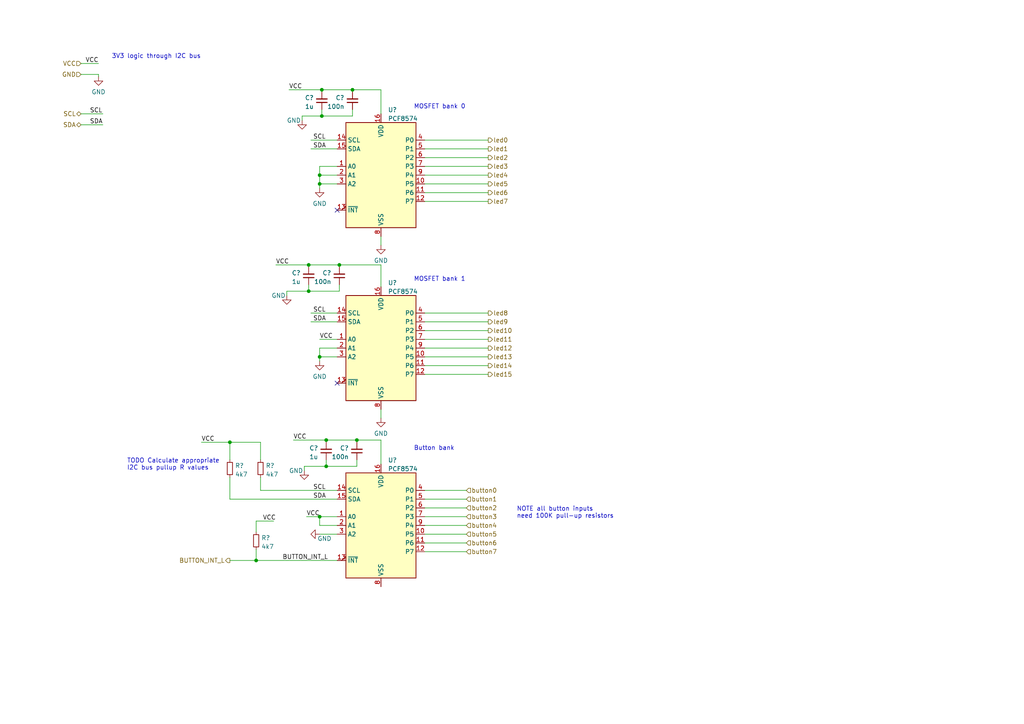
<source format=kicad_sch>
(kicad_sch (version 20211123) (generator eeschema)

  (uuid 93077cec-ff5e-46ba-9917-4f38b0bacfc5)

  (paper "A4")

  (lib_symbols
    (symbol "Device:C_Small" (pin_numbers hide) (pin_names (offset 0.254) hide) (in_bom yes) (on_board yes)
      (property "Reference" "C" (id 0) (at 0.254 1.778 0)
        (effects (font (size 1.27 1.27)) (justify left))
      )
      (property "Value" "C_Small" (id 1) (at 0.254 -2.032 0)
        (effects (font (size 1.27 1.27)) (justify left))
      )
      (property "Footprint" "" (id 2) (at 0 0 0)
        (effects (font (size 1.27 1.27)) hide)
      )
      (property "Datasheet" "~" (id 3) (at 0 0 0)
        (effects (font (size 1.27 1.27)) hide)
      )
      (property "ki_keywords" "capacitor cap" (id 4) (at 0 0 0)
        (effects (font (size 1.27 1.27)) hide)
      )
      (property "ki_description" "Unpolarized capacitor, small symbol" (id 5) (at 0 0 0)
        (effects (font (size 1.27 1.27)) hide)
      )
      (property "ki_fp_filters" "C_*" (id 6) (at 0 0 0)
        (effects (font (size 1.27 1.27)) hide)
      )
      (symbol "C_Small_0_1"
        (polyline
          (pts
            (xy -1.524 -0.508)
            (xy 1.524 -0.508)
          )
          (stroke (width 0.3302) (type default) (color 0 0 0 0))
          (fill (type none))
        )
        (polyline
          (pts
            (xy -1.524 0.508)
            (xy 1.524 0.508)
          )
          (stroke (width 0.3048) (type default) (color 0 0 0 0))
          (fill (type none))
        )
      )
      (symbol "C_Small_1_1"
        (pin passive line (at 0 2.54 270) (length 2.032)
          (name "~" (effects (font (size 1.27 1.27))))
          (number "1" (effects (font (size 1.27 1.27))))
        )
        (pin passive line (at 0 -2.54 90) (length 2.032)
          (name "~" (effects (font (size 1.27 1.27))))
          (number "2" (effects (font (size 1.27 1.27))))
        )
      )
    )
    (symbol "Device:R_Small" (pin_numbers hide) (pin_names (offset 0.254) hide) (in_bom yes) (on_board yes)
      (property "Reference" "R" (id 0) (at 0.762 0.508 0)
        (effects (font (size 1.27 1.27)) (justify left))
      )
      (property "Value" "R_Small" (id 1) (at 0.762 -1.016 0)
        (effects (font (size 1.27 1.27)) (justify left))
      )
      (property "Footprint" "" (id 2) (at 0 0 0)
        (effects (font (size 1.27 1.27)) hide)
      )
      (property "Datasheet" "~" (id 3) (at 0 0 0)
        (effects (font (size 1.27 1.27)) hide)
      )
      (property "ki_keywords" "R resistor" (id 4) (at 0 0 0)
        (effects (font (size 1.27 1.27)) hide)
      )
      (property "ki_description" "Resistor, small symbol" (id 5) (at 0 0 0)
        (effects (font (size 1.27 1.27)) hide)
      )
      (property "ki_fp_filters" "R_*" (id 6) (at 0 0 0)
        (effects (font (size 1.27 1.27)) hide)
      )
      (symbol "R_Small_0_1"
        (rectangle (start -0.762 1.778) (end 0.762 -1.778)
          (stroke (width 0.2032) (type default) (color 0 0 0 0))
          (fill (type none))
        )
      )
      (symbol "R_Small_1_1"
        (pin passive line (at 0 2.54 270) (length 0.762)
          (name "~" (effects (font (size 1.27 1.27))))
          (number "1" (effects (font (size 1.27 1.27))))
        )
        (pin passive line (at 0 -2.54 90) (length 0.762)
          (name "~" (effects (font (size 1.27 1.27))))
          (number "2" (effects (font (size 1.27 1.27))))
        )
      )
    )
    (symbol "Interface_Expansion:PCF8574" (in_bom yes) (on_board yes)
      (property "Reference" "U" (id 0) (at -8.89 16.51 0)
        (effects (font (size 1.27 1.27)) (justify left))
      )
      (property "Value" "PCF8574" (id 1) (at 2.54 16.51 0)
        (effects (font (size 1.27 1.27)) (justify left))
      )
      (property "Footprint" "" (id 2) (at 0 0 0)
        (effects (font (size 1.27 1.27)) hide)
      )
      (property "Datasheet" "http://www.nxp.com/documents/data_sheet/PCF8574_PCF8574A.pdf" (id 3) (at 0 0 0)
        (effects (font (size 1.27 1.27)) hide)
      )
      (property "ki_keywords" "I2C Expander" (id 4) (at 0 0 0)
        (effects (font (size 1.27 1.27)) hide)
      )
      (property "ki_description" "8 Bit Port/Expander to I2C Bus, DIP/SOIC-16" (id 5) (at 0 0 0)
        (effects (font (size 1.27 1.27)) hide)
      )
      (property "ki_fp_filters" "DIP*W7.62mm* SOIC*7.5x10.3mm*P1.27mm*" (id 6) (at 0 0 0)
        (effects (font (size 1.27 1.27)) hide)
      )
      (symbol "PCF8574_0_1"
        (rectangle (start -10.16 15.24) (end 10.16 -15.24)
          (stroke (width 0.254) (type default) (color 0 0 0 0))
          (fill (type background))
        )
      )
      (symbol "PCF8574_1_1"
        (pin input line (at -12.7 2.54 0) (length 2.54)
          (name "A0" (effects (font (size 1.27 1.27))))
          (number "1" (effects (font (size 1.27 1.27))))
        )
        (pin bidirectional line (at 12.7 -2.54 180) (length 2.54)
          (name "P5" (effects (font (size 1.27 1.27))))
          (number "10" (effects (font (size 1.27 1.27))))
        )
        (pin bidirectional line (at 12.7 -5.08 180) (length 2.54)
          (name "P6" (effects (font (size 1.27 1.27))))
          (number "11" (effects (font (size 1.27 1.27))))
        )
        (pin bidirectional line (at 12.7 -7.62 180) (length 2.54)
          (name "P7" (effects (font (size 1.27 1.27))))
          (number "12" (effects (font (size 1.27 1.27))))
        )
        (pin open_collector output_low (at -12.7 -10.16 0) (length 2.54)
          (name "~{INT}" (effects (font (size 1.27 1.27))))
          (number "13" (effects (font (size 1.27 1.27))))
        )
        (pin input line (at -12.7 10.16 0) (length 2.54)
          (name "SCL" (effects (font (size 1.27 1.27))))
          (number "14" (effects (font (size 1.27 1.27))))
        )
        (pin bidirectional line (at -12.7 7.62 0) (length 2.54)
          (name "SDA" (effects (font (size 1.27 1.27))))
          (number "15" (effects (font (size 1.27 1.27))))
        )
        (pin power_in line (at 0 17.78 270) (length 2.54)
          (name "VDD" (effects (font (size 1.27 1.27))))
          (number "16" (effects (font (size 1.27 1.27))))
        )
        (pin input line (at -12.7 0 0) (length 2.54)
          (name "A1" (effects (font (size 1.27 1.27))))
          (number "2" (effects (font (size 1.27 1.27))))
        )
        (pin input line (at -12.7 -2.54 0) (length 2.54)
          (name "A2" (effects (font (size 1.27 1.27))))
          (number "3" (effects (font (size 1.27 1.27))))
        )
        (pin bidirectional line (at 12.7 10.16 180) (length 2.54)
          (name "P0" (effects (font (size 1.27 1.27))))
          (number "4" (effects (font (size 1.27 1.27))))
        )
        (pin bidirectional line (at 12.7 7.62 180) (length 2.54)
          (name "P1" (effects (font (size 1.27 1.27))))
          (number "5" (effects (font (size 1.27 1.27))))
        )
        (pin bidirectional line (at 12.7 5.08 180) (length 2.54)
          (name "P2" (effects (font (size 1.27 1.27))))
          (number "6" (effects (font (size 1.27 1.27))))
        )
        (pin bidirectional line (at 12.7 2.54 180) (length 2.54)
          (name "P3" (effects (font (size 1.27 1.27))))
          (number "7" (effects (font (size 1.27 1.27))))
        )
        (pin power_in line (at 0 -17.78 90) (length 2.54)
          (name "VSS" (effects (font (size 1.27 1.27))))
          (number "8" (effects (font (size 1.27 1.27))))
        )
        (pin bidirectional line (at 12.7 0 180) (length 2.54)
          (name "P4" (effects (font (size 1.27 1.27))))
          (number "9" (effects (font (size 1.27 1.27))))
        )
      )
    )
    (symbol "power:GND" (power) (pin_names (offset 0)) (in_bom yes) (on_board yes)
      (property "Reference" "#PWR" (id 0) (at 0 -6.35 0)
        (effects (font (size 1.27 1.27)) hide)
      )
      (property "Value" "GND" (id 1) (at 0 -3.81 0)
        (effects (font (size 1.27 1.27)))
      )
      (property "Footprint" "" (id 2) (at 0 0 0)
        (effects (font (size 1.27 1.27)) hide)
      )
      (property "Datasheet" "" (id 3) (at 0 0 0)
        (effects (font (size 1.27 1.27)) hide)
      )
      (property "ki_keywords" "power-flag" (id 4) (at 0 0 0)
        (effects (font (size 1.27 1.27)) hide)
      )
      (property "ki_description" "Power symbol creates a global label with name \"GND\" , ground" (id 5) (at 0 0 0)
        (effects (font (size 1.27 1.27)) hide)
      )
      (symbol "GND_0_1"
        (polyline
          (pts
            (xy 0 0)
            (xy 0 -1.27)
            (xy 1.27 -1.27)
            (xy 0 -2.54)
            (xy -1.27 -1.27)
            (xy 0 -1.27)
          )
          (stroke (width 0) (type default) (color 0 0 0 0))
          (fill (type none))
        )
      )
      (symbol "GND_1_1"
        (pin power_in line (at 0 0 270) (length 0) hide
          (name "GND" (effects (font (size 1.27 1.27))))
          (number "1" (effects (font (size 1.27 1.27))))
        )
      )
    )
  )

  (junction (at 93.345 33.655) (diameter 0) (color 0 0 0 0)
    (uuid 03e47889-1a41-4933-9a45-09088a98a78a)
  )
  (junction (at 103.505 127.635) (diameter 0) (color 0 0 0 0)
    (uuid 1b546be3-4f37-48c6-9498-8037a5146ebe)
  )
  (junction (at 92.71 53.34) (diameter 0) (color 0 0 0 0)
    (uuid 23a19cb7-de20-4616-baaa-9e33b99071df)
  )
  (junction (at 94.615 127.635) (diameter 0) (color 0 0 0 0)
    (uuid 28a2b624-5f38-4c57-9c77-88683048412b)
  )
  (junction (at 102.235 26.035) (diameter 0) (color 0 0 0 0)
    (uuid 2d852ce6-c8cc-4b8e-9eaa-56cdfb2002c6)
  )
  (junction (at 66.675 128.27) (diameter 0) (color 0 0 0 0)
    (uuid 2dbc30b6-76f1-4290-95fa-eacb835ce017)
  )
  (junction (at 92.71 50.8) (diameter 0) (color 0 0 0 0)
    (uuid 364633ca-0044-4c03-b508-4d1760bf0c64)
  )
  (junction (at 98.425 76.835) (diameter 0) (color 0 0 0 0)
    (uuid 76dce7f8-4edc-4826-8ae7-e98d12f7c117)
  )
  (junction (at 93.345 26.035) (diameter 0) (color 0 0 0 0)
    (uuid b2406781-328c-4429-8485-353ef476a1b3)
  )
  (junction (at 92.71 149.86) (diameter 0) (color 0 0 0 0)
    (uuid cd2aa0a6-3f81-4f2a-94ee-fb6013fa9a69)
  )
  (junction (at 74.295 162.56) (diameter 0) (color 0 0 0 0)
    (uuid eaae07ec-4860-4d24-8693-ca8b268fd3cf)
  )
  (junction (at 89.535 76.835) (diameter 0) (color 0 0 0 0)
    (uuid ef2df514-28cd-4e91-bc9a-b3af3af7a683)
  )
  (junction (at 94.615 135.255) (diameter 0) (color 0 0 0 0)
    (uuid f9f01329-5232-4aab-84ab-394dbb738fe6)
  )
  (junction (at 89.535 84.455) (diameter 0) (color 0 0 0 0)
    (uuid fa4a84c8-bad3-4f35-ade0-e2bd595b59b2)
  )
  (junction (at 92.71 103.505) (diameter 0) (color 0 0 0 0)
    (uuid fdc562cc-19e4-4812-b685-51f4ce813075)
  )

  (no_connect (at 97.79 111.125) (uuid c4977091-be42-4b2b-8684-2c815039992a))
  (no_connect (at 97.79 60.96) (uuid c4977091-be42-4b2b-8684-2c815039992b))

  (wire (pts (xy 103.505 133.35) (xy 103.505 135.255))
    (stroke (width 0) (type default) (color 0 0 0 0))
    (uuid 085e7517-73e5-4589-b4b5-f392d0da6320)
  )
  (wire (pts (xy 98.425 76.835) (xy 110.49 76.835))
    (stroke (width 0) (type default) (color 0 0 0 0))
    (uuid 0d57ce49-3566-474a-ace0-b461dcb17393)
  )
  (wire (pts (xy 123.19 53.34) (xy 141.605 53.34))
    (stroke (width 0) (type default) (color 0 0 0 0))
    (uuid 0ec4b0bb-d365-455b-a1bf-a5b00985f335)
  )
  (wire (pts (xy 93.345 33.655) (xy 102.235 33.655))
    (stroke (width 0) (type default) (color 0 0 0 0))
    (uuid 0f5ec45d-9aa8-461d-bcdc-63856d797f4e)
  )
  (wire (pts (xy 74.295 159.385) (xy 74.295 162.56))
    (stroke (width 0) (type default) (color 0 0 0 0))
    (uuid 121252b1-aa29-464b-90df-7b8d9ece418c)
  )
  (wire (pts (xy 87.63 33.655) (xy 93.345 33.655))
    (stroke (width 0) (type default) (color 0 0 0 0))
    (uuid 133e1b96-d6ae-49af-9d77-ab1cd2f08ccd)
  )
  (wire (pts (xy 97.79 100.965) (xy 92.71 100.965))
    (stroke (width 0) (type default) (color 0 0 0 0))
    (uuid 18016300-2394-4819-aa2b-c7e5154999c8)
  )
  (wire (pts (xy 75.565 142.24) (xy 75.565 138.43))
    (stroke (width 0) (type default) (color 0 0 0 0))
    (uuid 1c77e4ca-a605-42e0-8174-697b4ff7329b)
  )
  (wire (pts (xy 97.79 48.26) (xy 92.71 48.26))
    (stroke (width 0) (type default) (color 0 0 0 0))
    (uuid 1d48a335-1760-40e8-acc8-12ea739b6112)
  )
  (wire (pts (xy 92.71 100.965) (xy 92.71 103.505))
    (stroke (width 0) (type default) (color 0 0 0 0))
    (uuid 1ed744a0-97f1-4c55-8879-2fe5d45dd5c5)
  )
  (wire (pts (xy 92.71 54.61) (xy 92.71 53.34))
    (stroke (width 0) (type default) (color 0 0 0 0))
    (uuid 237f9ea8-bde2-484b-bdb2-5eb01024507d)
  )
  (wire (pts (xy 123.19 142.24) (xy 135.255 142.24))
    (stroke (width 0) (type default) (color 0 0 0 0))
    (uuid 24f0150b-965d-4486-9b5a-4dc387f7bfe2)
  )
  (wire (pts (xy 123.19 160.02) (xy 135.255 160.02))
    (stroke (width 0) (type default) (color 0 0 0 0))
    (uuid 2590062f-cfe1-49a9-b996-8a8f1a0edfe4)
  )
  (wire (pts (xy 141.605 58.42) (xy 123.19 58.42))
    (stroke (width 0) (type default) (color 0 0 0 0))
    (uuid 27d182fe-76b7-4e55-80ca-927054ff9f95)
  )
  (wire (pts (xy 90.17 90.805) (xy 97.79 90.805))
    (stroke (width 0) (type default) (color 0 0 0 0))
    (uuid 2d1f6f50-9d0c-4e32-a715-50ae82f01aca)
  )
  (wire (pts (xy 103.505 127.635) (xy 110.49 127.635))
    (stroke (width 0) (type default) (color 0 0 0 0))
    (uuid 2ef8fabe-40f1-406c-92e7-e116fad7ae66)
  )
  (wire (pts (xy 79.375 151.13) (xy 74.295 151.13))
    (stroke (width 0) (type default) (color 0 0 0 0))
    (uuid 2f8ca4ed-a507-4158-83e0-3de761bf519e)
  )
  (wire (pts (xy 123.19 55.88) (xy 141.605 55.88))
    (stroke (width 0) (type default) (color 0 0 0 0))
    (uuid 346f5e95-2c4b-4e40-b862-518687165a6a)
  )
  (wire (pts (xy 123.19 152.4) (xy 135.255 152.4))
    (stroke (width 0) (type default) (color 0 0 0 0))
    (uuid 3491928f-369f-4dd5-97b9-009dcbc50832)
  )
  (wire (pts (xy 89.535 84.455) (xy 98.425 84.455))
    (stroke (width 0) (type default) (color 0 0 0 0))
    (uuid 35ba9c19-5dcf-4dcb-95b9-543bc5cf09e5)
  )
  (wire (pts (xy 85.09 127.635) (xy 94.615 127.635))
    (stroke (width 0) (type default) (color 0 0 0 0))
    (uuid 35bce336-89c0-4ffe-8d72-8db711c747b4)
  )
  (wire (pts (xy 83.185 84.455) (xy 83.185 85.725))
    (stroke (width 0) (type default) (color 0 0 0 0))
    (uuid 36a1dd60-c81c-434b-b483-a424a63eaf7b)
  )
  (wire (pts (xy 88.265 135.255) (xy 94.615 135.255))
    (stroke (width 0) (type default) (color 0 0 0 0))
    (uuid 3826c4cb-3454-4ed6-b492-4d7d64fc7b47)
  )
  (wire (pts (xy 92.71 104.775) (xy 92.71 103.505))
    (stroke (width 0) (type default) (color 0 0 0 0))
    (uuid 399eb5a2-eaab-436b-ab67-7f9156c4b5fa)
  )
  (wire (pts (xy 102.235 26.035) (xy 102.235 26.67))
    (stroke (width 0) (type default) (color 0 0 0 0))
    (uuid 3f866a47-3e74-48e3-9c04-e12468bf4fc0)
  )
  (wire (pts (xy 93.345 31.75) (xy 93.345 33.655))
    (stroke (width 0) (type default) (color 0 0 0 0))
    (uuid 424afd1f-ac99-48fe-b383-70b31c638da9)
  )
  (wire (pts (xy 66.675 128.27) (xy 66.675 133.35))
    (stroke (width 0) (type default) (color 0 0 0 0))
    (uuid 4283db7f-ccc1-4327-8904-4cff86cb34b8)
  )
  (wire (pts (xy 103.505 127.635) (xy 103.505 128.27))
    (stroke (width 0) (type default) (color 0 0 0 0))
    (uuid 45de8ac9-43e5-4734-a7e6-ba6ce62bc087)
  )
  (wire (pts (xy 23.495 33.02) (xy 29.845 33.02))
    (stroke (width 0) (type default) (color 0 0 0 0))
    (uuid 4676b21e-0948-4d77-bb81-6a80f67aeb1f)
  )
  (wire (pts (xy 23.495 18.415) (xy 28.575 18.415))
    (stroke (width 0) (type default) (color 0 0 0 0))
    (uuid 46d34e14-0789-4a97-950d-cbd2aaa54661)
  )
  (wire (pts (xy 66.675 128.27) (xy 75.565 128.27))
    (stroke (width 0) (type default) (color 0 0 0 0))
    (uuid 4932d284-d61c-443a-91d1-6ce7a9a95ac7)
  )
  (wire (pts (xy 97.79 152.4) (xy 92.71 152.4))
    (stroke (width 0) (type default) (color 0 0 0 0))
    (uuid 4c231b15-5928-4251-a645-61eb4bf7d86b)
  )
  (wire (pts (xy 92.71 103.505) (xy 97.79 103.505))
    (stroke (width 0) (type default) (color 0 0 0 0))
    (uuid 4cfc9488-5bff-47a5-ab7c-a900eeb567c1)
  )
  (wire (pts (xy 123.19 157.48) (xy 135.255 157.48))
    (stroke (width 0) (type default) (color 0 0 0 0))
    (uuid 508f27c9-c621-4e9e-b242-f1f4eebb2d68)
  )
  (wire (pts (xy 80.01 76.835) (xy 89.535 76.835))
    (stroke (width 0) (type default) (color 0 0 0 0))
    (uuid 546e45d9-a236-475f-8148-6c7548b1fccb)
  )
  (wire (pts (xy 87.63 33.655) (xy 87.63 34.925))
    (stroke (width 0) (type default) (color 0 0 0 0))
    (uuid 59d22455-50da-46ef-a61c-6fefdcb5e349)
  )
  (wire (pts (xy 110.49 127.635) (xy 110.49 134.62))
    (stroke (width 0) (type default) (color 0 0 0 0))
    (uuid 59d26190-41f1-4ede-8ad3-bbdc72f6c243)
  )
  (wire (pts (xy 58.42 128.27) (xy 66.675 128.27))
    (stroke (width 0) (type default) (color 0 0 0 0))
    (uuid 5e2eb430-d735-40c8-a6d6-00f178f5d886)
  )
  (wire (pts (xy 75.565 142.24) (xy 97.79 142.24))
    (stroke (width 0) (type default) (color 0 0 0 0))
    (uuid 5f3b615a-1a10-4cb8-9129-9e2d09bacb20)
  )
  (wire (pts (xy 123.19 144.78) (xy 135.255 144.78))
    (stroke (width 0) (type default) (color 0 0 0 0))
    (uuid 6093e308-4553-41bb-ae55-8e8aab4080cf)
  )
  (wire (pts (xy 92.71 53.34) (xy 97.79 53.34))
    (stroke (width 0) (type default) (color 0 0 0 0))
    (uuid 65a24ef4-6a91-4ca8-865a-c38b141b91c3)
  )
  (wire (pts (xy 66.675 162.56) (xy 74.295 162.56))
    (stroke (width 0) (type default) (color 0 0 0 0))
    (uuid 65d53fbf-9793-478b-b471-9daa7c5c9688)
  )
  (wire (pts (xy 123.19 48.26) (xy 141.605 48.26))
    (stroke (width 0) (type default) (color 0 0 0 0))
    (uuid 6689c72d-6210-4d74-aa57-b1fa57eb15d4)
  )
  (wire (pts (xy 90.17 43.18) (xy 97.79 43.18))
    (stroke (width 0) (type default) (color 0 0 0 0))
    (uuid 67c4af7f-6b56-4334-838e-05c2d7c797a2)
  )
  (wire (pts (xy 93.345 26.035) (xy 102.235 26.035))
    (stroke (width 0) (type default) (color 0 0 0 0))
    (uuid 6e358277-1f7f-4dcc-b165-2dfcbfaaa6d0)
  )
  (wire (pts (xy 23.495 21.59) (xy 28.575 21.59))
    (stroke (width 0) (type default) (color 0 0 0 0))
    (uuid 6ffed8f7-8849-4e06-85c6-c2ac7e9c5d51)
  )
  (wire (pts (xy 123.19 106.045) (xy 141.605 106.045))
    (stroke (width 0) (type default) (color 0 0 0 0))
    (uuid 72552fc2-392e-4373-ba58-da82bccf5148)
  )
  (wire (pts (xy 94.615 133.35) (xy 94.615 135.255))
    (stroke (width 0) (type default) (color 0 0 0 0))
    (uuid 727f8e06-271b-4f25-93d8-b60201825642)
  )
  (wire (pts (xy 98.425 76.835) (xy 98.425 77.47))
    (stroke (width 0) (type default) (color 0 0 0 0))
    (uuid 79442df7-e544-47f3-b999-3ffef5b4bea6)
  )
  (wire (pts (xy 123.19 147.32) (xy 135.255 147.32))
    (stroke (width 0) (type default) (color 0 0 0 0))
    (uuid 7f45da96-fcad-4e8d-8a7d-055067b39ccc)
  )
  (wire (pts (xy 123.19 98.425) (xy 141.605 98.425))
    (stroke (width 0) (type default) (color 0 0 0 0))
    (uuid 8158aa9c-5f00-431d-8213-024fceb2bf1c)
  )
  (wire (pts (xy 141.605 108.585) (xy 123.19 108.585))
    (stroke (width 0) (type default) (color 0 0 0 0))
    (uuid 84328163-c557-44c7-bac3-9059f3a2741d)
  )
  (wire (pts (xy 89.535 76.835) (xy 98.425 76.835))
    (stroke (width 0) (type default) (color 0 0 0 0))
    (uuid 8d0ca6ba-41b8-4ed2-8320-05ecb77a80b3)
  )
  (wire (pts (xy 123.19 40.64) (xy 141.605 40.64))
    (stroke (width 0) (type default) (color 0 0 0 0))
    (uuid 8e04f980-3336-45d2-a4a1-0e56adf0a51d)
  )
  (wire (pts (xy 90.17 40.64) (xy 97.79 40.64))
    (stroke (width 0) (type default) (color 0 0 0 0))
    (uuid 8fdd6fdc-106c-4ce4-ab33-6029228dde79)
  )
  (wire (pts (xy 88.265 135.255) (xy 88.265 136.525))
    (stroke (width 0) (type default) (color 0 0 0 0))
    (uuid 904bdc0e-1027-4239-b1e6-3b01fb59ed1a)
  )
  (wire (pts (xy 92.71 149.86) (xy 97.79 149.86))
    (stroke (width 0) (type default) (color 0 0 0 0))
    (uuid 90abf458-44c8-4126-b005-dfb3faa35651)
  )
  (wire (pts (xy 94.615 135.255) (xy 103.505 135.255))
    (stroke (width 0) (type default) (color 0 0 0 0))
    (uuid 90dfc538-ed5c-47c1-8f6d-332d62140120)
  )
  (wire (pts (xy 66.675 144.78) (xy 97.79 144.78))
    (stroke (width 0) (type default) (color 0 0 0 0))
    (uuid 93c3f244-4001-4739-8f7b-2fe3560f4802)
  )
  (wire (pts (xy 123.19 93.345) (xy 141.605 93.345))
    (stroke (width 0) (type default) (color 0 0 0 0))
    (uuid 94937b27-a161-4c0b-8ed6-4f10524ff081)
  )
  (wire (pts (xy 74.295 162.56) (xy 97.79 162.56))
    (stroke (width 0) (type default) (color 0 0 0 0))
    (uuid 94cac9e8-39ed-4f75-86b9-fbce16c2a5c2)
  )
  (wire (pts (xy 83.82 26.035) (xy 93.345 26.035))
    (stroke (width 0) (type default) (color 0 0 0 0))
    (uuid 979b55a8-ab21-4e6f-80b6-b911e35f567e)
  )
  (wire (pts (xy 110.49 76.835) (xy 110.49 83.185))
    (stroke (width 0) (type default) (color 0 0 0 0))
    (uuid 9965095c-77af-441c-8208-ed84e346180c)
  )
  (wire (pts (xy 102.235 26.035) (xy 110.49 26.035))
    (stroke (width 0) (type default) (color 0 0 0 0))
    (uuid 9ab8e7a0-b184-4d76-bb45-4679e2998c1e)
  )
  (wire (pts (xy 89.535 76.835) (xy 89.535 77.47))
    (stroke (width 0) (type default) (color 0 0 0 0))
    (uuid 9eef8836-42fe-413c-a780-d65e8b17e6c9)
  )
  (wire (pts (xy 75.565 128.27) (xy 75.565 133.35))
    (stroke (width 0) (type default) (color 0 0 0 0))
    (uuid a2423d51-6d0b-4ac9-9676-8364fa32f336)
  )
  (wire (pts (xy 89.535 82.55) (xy 89.535 84.455))
    (stroke (width 0) (type default) (color 0 0 0 0))
    (uuid ad25f83e-3294-408b-84af-420c87223380)
  )
  (wire (pts (xy 94.615 127.635) (xy 94.615 128.27))
    (stroke (width 0) (type default) (color 0 0 0 0))
    (uuid b515d5a8-f1ae-43bc-8963-cfcc93eb7fe8)
  )
  (wire (pts (xy 92.71 50.8) (xy 92.71 53.34))
    (stroke (width 0) (type default) (color 0 0 0 0))
    (uuid b9ec1374-08e2-4682-b435-4627dfd568d7)
  )
  (wire (pts (xy 123.19 43.18) (xy 141.605 43.18))
    (stroke (width 0) (type default) (color 0 0 0 0))
    (uuid bac860a7-86b4-458f-a87c-371328393c3d)
  )
  (wire (pts (xy 123.19 149.86) (xy 135.255 149.86))
    (stroke (width 0) (type default) (color 0 0 0 0))
    (uuid bc4890c4-40d8-4484-bf78-95c938ad061f)
  )
  (wire (pts (xy 102.235 31.75) (xy 102.235 33.655))
    (stroke (width 0) (type default) (color 0 0 0 0))
    (uuid bca66f8e-2022-4b17-a632-9cbaa9582724)
  )
  (wire (pts (xy 123.19 100.965) (xy 141.605 100.965))
    (stroke (width 0) (type default) (color 0 0 0 0))
    (uuid bfbb9c79-7870-40ba-8c17-0940b888685a)
  )
  (wire (pts (xy 28.575 21.59) (xy 28.575 22.225))
    (stroke (width 0) (type default) (color 0 0 0 0))
    (uuid c165f76c-2cd7-4814-9c24-7be399cdb2ed)
  )
  (wire (pts (xy 98.425 82.55) (xy 98.425 84.455))
    (stroke (width 0) (type default) (color 0 0 0 0))
    (uuid c7721862-b56e-491f-9580-28677b011dcd)
  )
  (wire (pts (xy 66.675 144.78) (xy 66.675 138.43))
    (stroke (width 0) (type default) (color 0 0 0 0))
    (uuid c78e4cbc-087f-4876-9bbe-2a8c0acc6ce7)
  )
  (wire (pts (xy 92.71 48.26) (xy 92.71 50.8))
    (stroke (width 0) (type default) (color 0 0 0 0))
    (uuid c906ee4b-9aba-4f0f-be6c-e22c0062ee60)
  )
  (wire (pts (xy 90.17 93.345) (xy 97.79 93.345))
    (stroke (width 0) (type default) (color 0 0 0 0))
    (uuid ca6f7a87-87c4-4d42-8490-fa19df869e17)
  )
  (wire (pts (xy 88.9 149.86) (xy 92.71 149.86))
    (stroke (width 0) (type default) (color 0 0 0 0))
    (uuid cacd1f31-4ae2-42b4-bc19-9c2b1b9c56f4)
  )
  (wire (pts (xy 110.49 26.035) (xy 110.49 33.02))
    (stroke (width 0) (type default) (color 0 0 0 0))
    (uuid cdc8fe9d-65f8-4618-acda-ead1a09737a1)
  )
  (wire (pts (xy 94.615 127.635) (xy 103.505 127.635))
    (stroke (width 0) (type default) (color 0 0 0 0))
    (uuid cffa9a36-1d04-48c7-98ca-ba65c440a6c8)
  )
  (wire (pts (xy 123.19 45.72) (xy 141.605 45.72))
    (stroke (width 0) (type default) (color 0 0 0 0))
    (uuid d1a5b100-3a01-4a5b-afbf-31e56f4fa438)
  )
  (wire (pts (xy 110.49 118.745) (xy 110.49 121.285))
    (stroke (width 0) (type default) (color 0 0 0 0))
    (uuid d75590ca-ccac-4d90-b854-16429a0fb69f)
  )
  (wire (pts (xy 123.19 95.885) (xy 141.605 95.885))
    (stroke (width 0) (type default) (color 0 0 0 0))
    (uuid dce1641b-359f-45a3-859a-969772834f5f)
  )
  (wire (pts (xy 23.495 36.195) (xy 29.845 36.195))
    (stroke (width 0) (type default) (color 0 0 0 0))
    (uuid dfbcd849-a53d-4f15-b4ba-a3c8328abff9)
  )
  (wire (pts (xy 110.49 68.58) (xy 110.49 71.12))
    (stroke (width 0) (type default) (color 0 0 0 0))
    (uuid e081d0cc-712b-4e8f-b2ca-6fa44f6b724b)
  )
  (wire (pts (xy 74.295 151.13) (xy 74.295 154.305))
    (stroke (width 0) (type default) (color 0 0 0 0))
    (uuid e09f8485-8119-4b55-a2f9-f98b5bf64277)
  )
  (wire (pts (xy 123.19 50.8) (xy 141.605 50.8))
    (stroke (width 0) (type default) (color 0 0 0 0))
    (uuid e626ea68-ae10-4eb9-b1c7-6a8816ddd2a2)
  )
  (wire (pts (xy 123.19 154.94) (xy 135.255 154.94))
    (stroke (width 0) (type default) (color 0 0 0 0))
    (uuid e9465262-20d2-4d10-9223-123a44df6ba5)
  )
  (wire (pts (xy 83.185 84.455) (xy 89.535 84.455))
    (stroke (width 0) (type default) (color 0 0 0 0))
    (uuid ecb21623-3438-4012-b97b-e8b64376c2c9)
  )
  (wire (pts (xy 97.79 50.8) (xy 92.71 50.8))
    (stroke (width 0) (type default) (color 0 0 0 0))
    (uuid ecc9070e-f9f1-4d0e-b869-907bc2b3009b)
  )
  (wire (pts (xy 92.71 154.94) (xy 97.79 154.94))
    (stroke (width 0) (type default) (color 0 0 0 0))
    (uuid ed532dd2-afef-4246-bfcc-dede8d020be1)
  )
  (wire (pts (xy 123.19 103.505) (xy 141.605 103.505))
    (stroke (width 0) (type default) (color 0 0 0 0))
    (uuid efb4e5df-6f48-4eec-9e1f-89ce717542b0)
  )
  (wire (pts (xy 123.19 90.805) (xy 141.605 90.805))
    (stroke (width 0) (type default) (color 0 0 0 0))
    (uuid f74045cc-14fb-41de-b8c4-503815fc839f)
  )
  (wire (pts (xy 92.71 149.86) (xy 92.71 152.4))
    (stroke (width 0) (type default) (color 0 0 0 0))
    (uuid f91045cb-2dbc-4e77-aaa4-b17ef9f3de9d)
  )
  (wire (pts (xy 93.345 26.035) (xy 93.345 26.67))
    (stroke (width 0) (type default) (color 0 0 0 0))
    (uuid fd7d7bfe-2591-4b73-a920-6e8a3c8af930)
  )
  (wire (pts (xy 92.71 98.425) (xy 97.79 98.425))
    (stroke (width 0) (type default) (color 0 0 0 0))
    (uuid fdcaea8c-b695-4fc3-8c02-2f7ad64c3fcd)
  )

  (text "TODO Calculate appropriate\nI2C bus pullup R values"
    (at 36.83 136.525 0)
    (effects (font (size 1.27 1.27)) (justify left bottom))
    (uuid 1865228d-c433-40c0-95c7-f9781931dea4)
  )
  (text "MOSFET bank 1\n\n" (at 120.015 83.82 0)
    (effects (font (size 1.27 1.27)) (justify left bottom))
    (uuid 1d88d69a-6fa4-40b0-a87d-a535dc6bae24)
  )
  (text "MOSFET bank 0\n" (at 120.015 31.75 0)
    (effects (font (size 1.27 1.27)) (justify left bottom))
    (uuid 3edc3db2-f394-4f34-802e-52948103df87)
  )
  (text "Button bank" (at 120.015 130.81 0)
    (effects (font (size 1.27 1.27)) (justify left bottom))
    (uuid 6600e365-dd16-4956-b9ae-a3c644eab33e)
  )
  (text "3V3 logic through I2C bus" (at 32.385 17.145 0)
    (effects (font (size 1.27 1.27)) (justify left bottom))
    (uuid 71ea8f5b-206e-4c4f-b295-8681574bc235)
  )
  (text "NOTE all button inputs\nneed 100K pull-up resistors"
    (at 149.86 150.495 0)
    (effects (font (size 1.27 1.27)) (justify left bottom))
    (uuid 89709bf8-7895-453c-868b-426a8bc8cc7c)
  )

  (label "SCL" (at 90.805 40.64 0)
    (effects (font (size 1.27 1.27)) (justify left bottom))
    (uuid 04506ede-ba41-40f3-854e-3facacb17fc0)
  )
  (label "SDA" (at 26.035 36.195 0)
    (effects (font (size 1.27 1.27)) (justify left bottom))
    (uuid 05074dc7-54f8-4980-9951-14ff5e2b5f38)
  )
  (label "SDA" (at 90.805 144.78 0)
    (effects (font (size 1.27 1.27)) (justify left bottom))
    (uuid 098dda75-150a-4d6e-b2e1-3cd6c507c8a8)
  )
  (label "VCC" (at 80.01 76.835 0)
    (effects (font (size 1.27 1.27)) (justify left bottom))
    (uuid 0c60f449-140d-4cf6-8a03-6a88ce10cb07)
  )
  (label "SCL" (at 90.805 90.805 0)
    (effects (font (size 1.27 1.27)) (justify left bottom))
    (uuid 10d8db66-ffb8-436c-b6fb-12c32d7282f2)
  )
  (label "SDA" (at 90.805 93.345 0)
    (effects (font (size 1.27 1.27)) (justify left bottom))
    (uuid 1bff3c97-4980-4d43-9c84-f30e24f8a0b0)
  )
  (label "SCL" (at 90.805 142.24 0)
    (effects (font (size 1.27 1.27)) (justify left bottom))
    (uuid 2dd82908-c239-44f5-a482-99dfd276d640)
  )
  (label "SCL" (at 26.035 33.02 0)
    (effects (font (size 1.27 1.27)) (justify left bottom))
    (uuid 3a0cd434-ef24-4a9c-a558-5a996c9912e9)
  )
  (label "VCC" (at 83.82 26.035 0)
    (effects (font (size 1.27 1.27)) (justify left bottom))
    (uuid 6960e880-9d49-4356-b33e-f5b725ff759f)
  )
  (label "BUTTON_INT_L" (at 81.915 162.56 0)
    (effects (font (size 1.27 1.27)) (justify left bottom))
    (uuid 831024af-45bf-494d-b4aa-ec45295c3079)
  )
  (label "VCC" (at 92.71 98.425 0)
    (effects (font (size 1.27 1.27)) (justify left bottom))
    (uuid 8a08abd1-7378-45cd-afae-c52548dc6f31)
  )
  (label "VCC" (at 88.9 149.86 0)
    (effects (font (size 1.27 1.27)) (justify left bottom))
    (uuid a9bfd8d1-0c85-475f-9661-525e77c7e68a)
  )
  (label "VCC" (at 76.2 151.13 0)
    (effects (font (size 1.27 1.27)) (justify left bottom))
    (uuid c7c5fe88-efd1-4e1f-8f85-61974daf38dc)
  )
  (label "VCC" (at 58.42 128.27 0)
    (effects (font (size 1.27 1.27)) (justify left bottom))
    (uuid cabf1dd4-9eeb-45ff-8336-f83a8a09e71a)
  )
  (label "SDA" (at 90.805 43.18 0)
    (effects (font (size 1.27 1.27)) (justify left bottom))
    (uuid e38438ec-d44a-47cc-824a-14bdbd6cebf3)
  )
  (label "VCC" (at 24.765 18.415 0)
    (effects (font (size 1.27 1.27)) (justify left bottom))
    (uuid e4727b05-60cb-49a3-b886-6b9a89df2274)
  )
  (label "VCC" (at 85.09 127.635 0)
    (effects (font (size 1.27 1.27)) (justify left bottom))
    (uuid f11e5819-7097-4e44-b07e-e21ea70ab57a)
  )

  (hierarchical_label "led1" (shape output) (at 141.605 43.18 0)
    (effects (font (size 1.27 1.27)) (justify left))
    (uuid 083923ab-7b97-4fd1-a7a9-4c336f0c6ec7)
  )
  (hierarchical_label "VCC" (shape input) (at 23.495 18.415 180)
    (effects (font (size 1.27 1.27)) (justify right))
    (uuid 11ce5dc5-d97a-4ef9-9550-64f7bfd8a3ae)
  )
  (hierarchical_label "led9" (shape output) (at 141.605 93.345 0)
    (effects (font (size 1.27 1.27)) (justify left))
    (uuid 12abfc9b-9eab-4148-903e-8920442dc8f8)
  )
  (hierarchical_label "led11" (shape output) (at 141.605 98.425 0)
    (effects (font (size 1.27 1.27)) (justify left))
    (uuid 19a1952e-a398-4d9f-9f8f-53e4e1cba014)
  )
  (hierarchical_label "led6" (shape output) (at 141.605 55.88 0)
    (effects (font (size 1.27 1.27)) (justify left))
    (uuid 23d04c3e-9393-4809-b734-869b7fc0ff97)
  )
  (hierarchical_label "button2" (shape input) (at 135.255 147.32 0)
    (effects (font (size 1.27 1.27)) (justify left))
    (uuid 270398a3-00de-4786-bb35-40eefd377278)
  )
  (hierarchical_label "button0" (shape input) (at 135.255 142.24 0)
    (effects (font (size 1.27 1.27)) (justify left))
    (uuid 275e2e03-0a9c-47b8-b2b4-b30a79634209)
  )
  (hierarchical_label "led4" (shape output) (at 141.605 50.8 0)
    (effects (font (size 1.27 1.27)) (justify left))
    (uuid 2993c269-693c-405b-9704-ed8bebb1db4e)
  )
  (hierarchical_label "SDA" (shape bidirectional) (at 23.495 36.195 180)
    (effects (font (size 1.27 1.27)) (justify right))
    (uuid 29e18c05-aebc-43ce-a3e3-a02b951adc4b)
  )
  (hierarchical_label "SCL" (shape bidirectional) (at 23.495 33.02 180)
    (effects (font (size 1.27 1.27)) (justify right))
    (uuid 2f917c96-ce82-445d-b2d7-546c66b1ae3a)
  )
  (hierarchical_label "GND" (shape input) (at 23.495 21.59 180)
    (effects (font (size 1.27 1.27)) (justify right))
    (uuid 32862fe0-fe69-470c-879a-5cf2de15f23d)
  )
  (hierarchical_label "led12" (shape output) (at 141.605 100.965 0)
    (effects (font (size 1.27 1.27)) (justify left))
    (uuid 40d603e9-c638-424f-9f2e-55a3cb775649)
  )
  (hierarchical_label "led15" (shape output) (at 141.605 108.585 0)
    (effects (font (size 1.27 1.27)) (justify left))
    (uuid 500babb7-4e42-403e-8697-d3409bdd14f3)
  )
  (hierarchical_label "button6" (shape input) (at 135.255 157.48 0)
    (effects (font (size 1.27 1.27)) (justify left))
    (uuid 55e250c0-6bd2-469a-b80c-760b78004382)
  )
  (hierarchical_label "button4" (shape input) (at 135.255 152.4 0)
    (effects (font (size 1.27 1.27)) (justify left))
    (uuid 64a2acdc-484b-473c-9097-17cc7e1ad153)
  )
  (hierarchical_label "led14" (shape output) (at 141.605 106.045 0)
    (effects (font (size 1.27 1.27)) (justify left))
    (uuid 6cf23f4d-f5ef-4df7-a8d5-1d2f8f7e689d)
  )
  (hierarchical_label "led8" (shape output) (at 141.605 90.805 0)
    (effects (font (size 1.27 1.27)) (justify left))
    (uuid 72b13dc0-f1d2-4795-84b1-a68b26a390db)
  )
  (hierarchical_label "led13" (shape output) (at 141.605 103.505 0)
    (effects (font (size 1.27 1.27)) (justify left))
    (uuid 995e831d-447e-4c7c-b70b-4fc4b235113d)
  )
  (hierarchical_label "button3" (shape input) (at 135.255 149.86 0)
    (effects (font (size 1.27 1.27)) (justify left))
    (uuid a9d61365-6c18-4d0a-a8de-296412690033)
  )
  (hierarchical_label "BUTTON_INT_L" (shape output) (at 66.675 162.56 180)
    (effects (font (size 1.27 1.27)) (justify right))
    (uuid b6cee490-e2fb-4653-a119-1469c5201d37)
  )
  (hierarchical_label "led2" (shape output) (at 141.605 45.72 0)
    (effects (font (size 1.27 1.27)) (justify left))
    (uuid c1cd9d38-63d2-4933-b919-f2343dd0e1ef)
  )
  (hierarchical_label "led5" (shape output) (at 141.605 53.34 0)
    (effects (font (size 1.27 1.27)) (justify left))
    (uuid c6052563-7f25-43c5-85ac-24f6367fc64a)
  )
  (hierarchical_label "button1" (shape input) (at 135.255 144.78 0)
    (effects (font (size 1.27 1.27)) (justify left))
    (uuid db9e1bd8-c36a-404a-bcfc-f9b5bfc3fd22)
  )
  (hierarchical_label "button5" (shape input) (at 135.255 154.94 0)
    (effects (font (size 1.27 1.27)) (justify left))
    (uuid e23dd7ac-fb96-44eb-8555-9719e313d2bb)
  )
  (hierarchical_label "led0" (shape output) (at 141.605 40.64 0)
    (effects (font (size 1.27 1.27)) (justify left))
    (uuid e772bbec-c0f0-4a89-ad29-cf9b1053db77)
  )
  (hierarchical_label "led10" (shape output) (at 141.605 95.885 0)
    (effects (font (size 1.27 1.27)) (justify left))
    (uuid e8364151-8307-4a5a-bbd8-eec8d0786a4d)
  )
  (hierarchical_label "button7" (shape input) (at 135.255 160.02 0)
    (effects (font (size 1.27 1.27)) (justify left))
    (uuid f08e5be1-b42a-4cfc-bc20-f5cb7453661f)
  )
  (hierarchical_label "led7" (shape output) (at 141.605 58.42 0)
    (effects (font (size 1.27 1.27)) (justify left))
    (uuid f25b3378-8324-4c73-bd4a-458b49a8881e)
  )
  (hierarchical_label "led3" (shape output) (at 141.605 48.26 0)
    (effects (font (size 1.27 1.27)) (justify left))
    (uuid f2b8a869-4b2f-40d6-aed1-c3a791a0102b)
  )

  (symbol (lib_id "power:GND") (at 92.71 104.775 0) (unit 1)
    (in_bom yes) (on_board yes) (fields_autoplaced)
    (uuid 01f30189-5e22-4af2-96fe-579851527e25)
    (property "Reference" "#PWR0140" (id 0) (at 92.71 111.125 0)
      (effects (font (size 1.27 1.27)) hide)
    )
    (property "Value" "GND" (id 1) (at 92.71 109.2184 0))
    (property "Footprint" "" (id 2) (at 92.71 104.775 0)
      (effects (font (size 1.27 1.27)) hide)
    )
    (property "Datasheet" "" (id 3) (at 92.71 104.775 0)
      (effects (font (size 1.27 1.27)) hide)
    )
    (pin "1" (uuid 7f8dea62-d628-433b-bba7-9de594933f25))
  )

  (symbol (lib_id "power:GND") (at 110.49 121.285 0) (unit 1)
    (in_bom yes) (on_board yes) (fields_autoplaced)
    (uuid 03fe59cf-99d2-4ee5-821e-b2e32c2e103b)
    (property "Reference" "#PWR0141" (id 0) (at 110.49 127.635 0)
      (effects (font (size 1.27 1.27)) hide)
    )
    (property "Value" "GND" (id 1) (at 110.49 125.7284 0))
    (property "Footprint" "" (id 2) (at 110.49 121.285 0)
      (effects (font (size 1.27 1.27)) hide)
    )
    (property "Datasheet" "" (id 3) (at 110.49 121.285 0)
      (effects (font (size 1.27 1.27)) hide)
    )
    (pin "1" (uuid 30bb911e-5bf9-44b5-a710-94e512e5a4e8))
  )

  (symbol (lib_id "Device:R_Small") (at 75.565 135.89 0) (unit 1)
    (in_bom yes) (on_board yes) (fields_autoplaced)
    (uuid 0dbd35d7-35ca-430c-875b-154040789ba5)
    (property "Reference" "R?" (id 0) (at 77.0636 135.0553 0)
      (effects (font (size 1.27 1.27)) (justify left))
    )
    (property "Value" "4k7" (id 1) (at 77.0636 137.5922 0)
      (effects (font (size 1.27 1.27)) (justify left))
    )
    (property "Footprint" "" (id 2) (at 75.565 135.89 0)
      (effects (font (size 1.27 1.27)) hide)
    )
    (property "Datasheet" "~" (id 3) (at 75.565 135.89 0)
      (effects (font (size 1.27 1.27)) hide)
    )
    (pin "1" (uuid 429ad394-5728-4850-8807-193a9c2ac6bb))
    (pin "2" (uuid c3a231a8-f5aa-4e44-ad7a-c0179cf9e6fc))
  )

  (symbol (lib_id "power:GND") (at 92.71 154.94 270) (unit 1)
    (in_bom yes) (on_board yes)
    (uuid 0f5b6c5b-ff53-471b-b8fc-d61b336f755d)
    (property "Reference" "#PWR0147" (id 0) (at 86.36 154.94 0)
      (effects (font (size 1.27 1.27)) hide)
    )
    (property "Value" "GND" (id 1) (at 92.075 156.21 90)
      (effects (font (size 1.27 1.27)) (justify left))
    )
    (property "Footprint" "" (id 2) (at 92.71 154.94 0)
      (effects (font (size 1.27 1.27)) hide)
    )
    (property "Datasheet" "" (id 3) (at 92.71 154.94 0)
      (effects (font (size 1.27 1.27)) hide)
    )
    (pin "1" (uuid d7be1827-196a-4485-9f1a-3334add79e6f))
  )

  (symbol (lib_id "Device:C_Small") (at 103.505 130.81 0) (mirror x) (unit 1)
    (in_bom yes) (on_board yes) (fields_autoplaced)
    (uuid 0f782d06-13d2-4219-a75f-51a4efdb320d)
    (property "Reference" "C?" (id 0) (at 101.1809 129.9689 0)
      (effects (font (size 1.27 1.27)) (justify right))
    )
    (property "Value" "100n" (id 1) (at 101.1809 132.5058 0)
      (effects (font (size 1.27 1.27)) (justify right))
    )
    (property "Footprint" "" (id 2) (at 103.505 130.81 0)
      (effects (font (size 1.27 1.27)) hide)
    )
    (property "Datasheet" "~" (id 3) (at 103.505 130.81 0)
      (effects (font (size 1.27 1.27)) hide)
    )
    (pin "1" (uuid 075bfd40-7dd9-4527-892a-3d3d17fdc40e))
    (pin "2" (uuid c1cfc598-47af-415b-87be-22e98fb16805))
  )

  (symbol (lib_id "Device:R_Small") (at 74.295 156.845 0) (unit 1)
    (in_bom yes) (on_board yes) (fields_autoplaced)
    (uuid 16f04be9-7c66-45cf-b4e9-ab899d02574f)
    (property "Reference" "R?" (id 0) (at 75.7936 156.0103 0)
      (effects (font (size 1.27 1.27)) (justify left))
    )
    (property "Value" "4k7" (id 1) (at 75.7936 158.5472 0)
      (effects (font (size 1.27 1.27)) (justify left))
    )
    (property "Footprint" "" (id 2) (at 74.295 156.845 0)
      (effects (font (size 1.27 1.27)) hide)
    )
    (property "Datasheet" "~" (id 3) (at 74.295 156.845 0)
      (effects (font (size 1.27 1.27)) hide)
    )
    (pin "1" (uuid 56fe8e76-1dcc-4b71-9c7d-7efe79cda77e))
    (pin "2" (uuid 828fc5f3-61d9-41fb-ba90-dd280350e727))
  )

  (symbol (lib_id "power:GND") (at 110.49 71.12 0) (unit 1)
    (in_bom yes) (on_board yes) (fields_autoplaced)
    (uuid 2d1c36c0-ddc2-41f5-b8a5-0688f8f1ca48)
    (property "Reference" "#PWR0143" (id 0) (at 110.49 77.47 0)
      (effects (font (size 1.27 1.27)) hide)
    )
    (property "Value" "GND" (id 1) (at 110.49 75.5634 0))
    (property "Footprint" "" (id 2) (at 110.49 71.12 0)
      (effects (font (size 1.27 1.27)) hide)
    )
    (property "Datasheet" "" (id 3) (at 110.49 71.12 0)
      (effects (font (size 1.27 1.27)) hide)
    )
    (pin "1" (uuid 51695a20-a292-4482-925f-eb33053b9d76))
  )

  (symbol (lib_id "Device:C_Small") (at 89.535 80.01 0) (mirror x) (unit 1)
    (in_bom yes) (on_board yes) (fields_autoplaced)
    (uuid 318754b4-d33d-4e35-bfc4-99be116eb2be)
    (property "Reference" "C?" (id 0) (at 87.2109 79.1689 0)
      (effects (font (size 1.27 1.27)) (justify right))
    )
    (property "Value" "1u" (id 1) (at 87.2109 81.7058 0)
      (effects (font (size 1.27 1.27)) (justify right))
    )
    (property "Footprint" "" (id 2) (at 89.535 80.01 0)
      (effects (font (size 1.27 1.27)) hide)
    )
    (property "Datasheet" "~" (id 3) (at 89.535 80.01 0)
      (effects (font (size 1.27 1.27)) hide)
    )
    (pin "1" (uuid 1476ad66-e9ab-4992-adbf-f7d120217adf))
    (pin "2" (uuid 980a8a9c-870f-4d1d-951e-650ead673d29))
  )

  (symbol (lib_id "power:GND") (at 88.265 136.525 0) (unit 1)
    (in_bom yes) (on_board yes)
    (uuid 3b9599a6-1613-41be-9ab5-4c1d14ffea15)
    (property "Reference" "#PWR0148" (id 0) (at 88.265 142.875 0)
      (effects (font (size 1.27 1.27)) hide)
    )
    (property "Value" "GND" (id 1) (at 83.82 136.525 0)
      (effects (font (size 1.27 1.27)) (justify left))
    )
    (property "Footprint" "" (id 2) (at 88.265 136.525 0)
      (effects (font (size 1.27 1.27)) hide)
    )
    (property "Datasheet" "" (id 3) (at 88.265 136.525 0)
      (effects (font (size 1.27 1.27)) hide)
    )
    (pin "1" (uuid d2f31367-4da4-4833-81bf-90ac946d96a8))
  )

  (symbol (lib_id "Device:C_Small") (at 93.345 29.21 0) (mirror x) (unit 1)
    (in_bom yes) (on_board yes) (fields_autoplaced)
    (uuid 63513f7b-6e0e-4363-923a-ba7302b4031b)
    (property "Reference" "C?" (id 0) (at 91.0209 28.3689 0)
      (effects (font (size 1.27 1.27)) (justify right))
    )
    (property "Value" "1u" (id 1) (at 91.0209 30.9058 0)
      (effects (font (size 1.27 1.27)) (justify right))
    )
    (property "Footprint" "" (id 2) (at 93.345 29.21 0)
      (effects (font (size 1.27 1.27)) hide)
    )
    (property "Datasheet" "~" (id 3) (at 93.345 29.21 0)
      (effects (font (size 1.27 1.27)) hide)
    )
    (pin "1" (uuid 8dc83e2a-5f62-4a3e-9480-f8f2f3de954b))
    (pin "2" (uuid 3f2ff001-0a22-4edb-8bff-4bf2216931ca))
  )

  (symbol (lib_id "Device:C_Small") (at 98.425 80.01 0) (mirror x) (unit 1)
    (in_bom yes) (on_board yes) (fields_autoplaced)
    (uuid 63d28c92-ae8b-4091-8b11-03eb580bc922)
    (property "Reference" "C?" (id 0) (at 96.1009 79.1689 0)
      (effects (font (size 1.27 1.27)) (justify right))
    )
    (property "Value" "100n" (id 1) (at 96.1009 81.7058 0)
      (effects (font (size 1.27 1.27)) (justify right))
    )
    (property "Footprint" "" (id 2) (at 98.425 80.01 0)
      (effects (font (size 1.27 1.27)) hide)
    )
    (property "Datasheet" "~" (id 3) (at 98.425 80.01 0)
      (effects (font (size 1.27 1.27)) hide)
    )
    (pin "1" (uuid 67399871-04ab-4aeb-b682-954ef6c59f0f))
    (pin "2" (uuid 0481606c-7e4d-41eb-9b32-6d516cb33c2f))
  )

  (symbol (lib_id "Device:C_Small") (at 102.235 29.21 0) (mirror x) (unit 1)
    (in_bom yes) (on_board yes) (fields_autoplaced)
    (uuid 7cfc384e-8699-4f9e-9627-21dbd1076426)
    (property "Reference" "C?" (id 0) (at 99.9109 28.3689 0)
      (effects (font (size 1.27 1.27)) (justify right))
    )
    (property "Value" "100n" (id 1) (at 99.9109 30.9058 0)
      (effects (font (size 1.27 1.27)) (justify right))
    )
    (property "Footprint" "" (id 2) (at 102.235 29.21 0)
      (effects (font (size 1.27 1.27)) hide)
    )
    (property "Datasheet" "~" (id 3) (at 102.235 29.21 0)
      (effects (font (size 1.27 1.27)) hide)
    )
    (pin "1" (uuid de119f6f-f559-41cc-a238-e638f9c4cce8))
    (pin "2" (uuid 4a60c94c-1c37-46a9-af83-34cd4c612cae))
  )

  (symbol (lib_id "power:GND") (at 87.63 34.925 0) (unit 1)
    (in_bom yes) (on_board yes)
    (uuid 80cdd807-0a01-43f2-97dd-506c5f7ce606)
    (property "Reference" "#PWR0146" (id 0) (at 87.63 41.275 0)
      (effects (font (size 1.27 1.27)) hide)
    )
    (property "Value" "GND" (id 1) (at 83.185 34.925 0)
      (effects (font (size 1.27 1.27)) (justify left))
    )
    (property "Footprint" "" (id 2) (at 87.63 34.925 0)
      (effects (font (size 1.27 1.27)) hide)
    )
    (property "Datasheet" "" (id 3) (at 87.63 34.925 0)
      (effects (font (size 1.27 1.27)) hide)
    )
    (pin "1" (uuid bb3490d3-47c0-42f2-99bc-c5ffeee18548))
  )

  (symbol (lib_id "Interface_Expansion:PCF8574") (at 110.49 100.965 0) (unit 1)
    (in_bom yes) (on_board yes) (fields_autoplaced)
    (uuid 8690dea6-b4e9-4dfc-abe5-0bd60a9dc276)
    (property "Reference" "U?" (id 0) (at 112.5094 82.0252 0)
      (effects (font (size 1.27 1.27)) (justify left))
    )
    (property "Value" "PCF8574" (id 1) (at 112.5094 84.5621 0)
      (effects (font (size 1.27 1.27)) (justify left))
    )
    (property "Footprint" "" (id 2) (at 110.49 100.965 0)
      (effects (font (size 1.27 1.27)) hide)
    )
    (property "Datasheet" "http://www.nxp.com/documents/data_sheet/PCF8574_PCF8574A.pdf" (id 3) (at 110.49 100.965 0)
      (effects (font (size 1.27 1.27)) hide)
    )
    (pin "1" (uuid 6ad18708-1ce9-4767-9a78-b3eeeee26651))
    (pin "10" (uuid a25e254d-0858-41c3-b841-120a6dd27d34))
    (pin "11" (uuid c1557709-16d0-490c-a5f2-5b023def993f))
    (pin "12" (uuid 55fa104a-efd9-4688-b70f-c47c03131e4d))
    (pin "13" (uuid 2c277164-3cfa-4dd9-a7c3-38cda288cd33))
    (pin "14" (uuid 1f466f88-b337-4a4b-a405-3791344ab32b))
    (pin "15" (uuid 125b0d4e-c806-4b2d-8a21-96c98e1757f3))
    (pin "16" (uuid a1fc5c8b-f782-46be-adf9-1db4c37a8432))
    (pin "2" (uuid 050fdacb-2ab4-48f3-9c9f-56498569585c))
    (pin "3" (uuid abd6613f-8cd9-47a4-bfc7-cbbd4fd2dba0))
    (pin "4" (uuid d35935b9-d9ad-4f2c-add8-dc4d061993df))
    (pin "5" (uuid 4b617696-8b34-4e93-ac63-8e8c5c5e6792))
    (pin "6" (uuid 82fc6988-6cb9-49d7-a49e-8ed9d3ba5450))
    (pin "7" (uuid 04ff93e2-fbcc-461f-a538-2a262e8f1035))
    (pin "8" (uuid 4039aa15-abda-4217-b959-d32c83f4ad29))
    (pin "9" (uuid 7642db33-92de-400d-b2fb-5ff51c0d46cd))
  )

  (symbol (lib_id "power:GND") (at 28.575 22.225 0) (unit 1)
    (in_bom yes) (on_board yes) (fields_autoplaced)
    (uuid 8b39fd9f-bfa4-4f04-a806-5a324560bc3f)
    (property "Reference" "#PWR0144" (id 0) (at 28.575 28.575 0)
      (effects (font (size 1.27 1.27)) hide)
    )
    (property "Value" "GND" (id 1) (at 28.575 26.6684 0))
    (property "Footprint" "" (id 2) (at 28.575 22.225 0)
      (effects (font (size 1.27 1.27)) hide)
    )
    (property "Datasheet" "" (id 3) (at 28.575 22.225 0)
      (effects (font (size 1.27 1.27)) hide)
    )
    (pin "1" (uuid d647d7d7-f53e-465e-80d4-215b5c481dc2))
  )

  (symbol (lib_id "Device:R_Small") (at 66.675 135.89 0) (unit 1)
    (in_bom yes) (on_board yes) (fields_autoplaced)
    (uuid 8dfd4a2f-668c-4c3f-a484-d4fde69145c1)
    (property "Reference" "R?" (id 0) (at 68.1736 135.0553 0)
      (effects (font (size 1.27 1.27)) (justify left))
    )
    (property "Value" "4k7" (id 1) (at 68.1736 137.5922 0)
      (effects (font (size 1.27 1.27)) (justify left))
    )
    (property "Footprint" "" (id 2) (at 66.675 135.89 0)
      (effects (font (size 1.27 1.27)) hide)
    )
    (property "Datasheet" "~" (id 3) (at 66.675 135.89 0)
      (effects (font (size 1.27 1.27)) hide)
    )
    (pin "1" (uuid b2b4af42-19d0-46c7-a348-c2f7b16bb309))
    (pin "2" (uuid 1837838d-1d19-4c61-81e6-85bede5d8c29))
  )

  (symbol (lib_id "power:GND") (at 92.71 54.61 0) (unit 1)
    (in_bom yes) (on_board yes) (fields_autoplaced)
    (uuid 928e4da0-4307-4e27-ada6-79b9b1b03143)
    (property "Reference" "#PWR0145" (id 0) (at 92.71 60.96 0)
      (effects (font (size 1.27 1.27)) hide)
    )
    (property "Value" "GND" (id 1) (at 92.71 59.0534 0))
    (property "Footprint" "" (id 2) (at 92.71 54.61 0)
      (effects (font (size 1.27 1.27)) hide)
    )
    (property "Datasheet" "" (id 3) (at 92.71 54.61 0)
      (effects (font (size 1.27 1.27)) hide)
    )
    (pin "1" (uuid e3cc1303-136d-4092-969c-1290325bd12c))
  )

  (symbol (lib_id "Interface_Expansion:PCF8574") (at 110.49 50.8 0) (unit 1)
    (in_bom yes) (on_board yes) (fields_autoplaced)
    (uuid 97045c46-f678-492e-acdd-9fd751a9d17a)
    (property "Reference" "U?" (id 0) (at 112.5094 31.8602 0)
      (effects (font (size 1.27 1.27)) (justify left))
    )
    (property "Value" "PCF8574" (id 1) (at 112.5094 34.3971 0)
      (effects (font (size 1.27 1.27)) (justify left))
    )
    (property "Footprint" "" (id 2) (at 110.49 50.8 0)
      (effects (font (size 1.27 1.27)) hide)
    )
    (property "Datasheet" "http://www.nxp.com/documents/data_sheet/PCF8574_PCF8574A.pdf" (id 3) (at 110.49 50.8 0)
      (effects (font (size 1.27 1.27)) hide)
    )
    (pin "1" (uuid 096ad340-2a49-4cf6-9248-b97be2f45476))
    (pin "10" (uuid 83ef7930-0a73-406d-9d9b-cd90871d610a))
    (pin "11" (uuid 1201ef72-445f-40af-9283-61e0398ee354))
    (pin "12" (uuid eb4f2c54-5f10-456f-a6c7-4d0f5c30911a))
    (pin "13" (uuid e4f2120f-c148-44f5-be1a-0ff47dcc8217))
    (pin "14" (uuid a40b4140-b6bf-494c-9899-14ba4b56422f))
    (pin "15" (uuid 67e36ab4-f739-49a2-8c9d-4db7ed6e73f9))
    (pin "16" (uuid c81a20b0-a7d6-4f39-9c60-0094b19d15a2))
    (pin "2" (uuid 4bcae4be-f23f-4bd7-87d6-2a0837702179))
    (pin "3" (uuid c7e1b078-71ed-4419-8e48-579fbf5109ef))
    (pin "4" (uuid 8be72a98-e0a7-4d81-a7ab-3f3439aef3cb))
    (pin "5" (uuid c89b19ff-b458-401f-80d8-8b08e08dc3d2))
    (pin "6" (uuid 3a513dfb-91ea-40e8-a878-78d53a80d4d3))
    (pin "7" (uuid fa230e2e-bc0d-4585-9b03-7fd91da1d9bc))
    (pin "8" (uuid 96fddfa3-1556-47d7-8562-d596165ea914))
    (pin "9" (uuid bf2e22c8-b387-4ca9-846d-fee966334224))
  )

  (symbol (lib_id "power:GND") (at 83.185 85.725 0) (unit 1)
    (in_bom yes) (on_board yes)
    (uuid bf80c486-249a-4515-b749-5e6af84e340a)
    (property "Reference" "#PWR0142" (id 0) (at 83.185 92.075 0)
      (effects (font (size 1.27 1.27)) hide)
    )
    (property "Value" "GND" (id 1) (at 78.74 85.725 0)
      (effects (font (size 1.27 1.27)) (justify left))
    )
    (property "Footprint" "" (id 2) (at 83.185 85.725 0)
      (effects (font (size 1.27 1.27)) hide)
    )
    (property "Datasheet" "" (id 3) (at 83.185 85.725 0)
      (effects (font (size 1.27 1.27)) hide)
    )
    (pin "1" (uuid 027667de-96da-4534-a29c-0e0e0213644a))
  )

  (symbol (lib_id "Device:C_Small") (at 94.615 130.81 0) (mirror x) (unit 1)
    (in_bom yes) (on_board yes) (fields_autoplaced)
    (uuid cb3c94ce-13f9-41f1-8302-c7888a8cd9d9)
    (property "Reference" "C?" (id 0) (at 92.2909 129.9689 0)
      (effects (font (size 1.27 1.27)) (justify right))
    )
    (property "Value" "1u" (id 1) (at 92.2909 132.5058 0)
      (effects (font (size 1.27 1.27)) (justify right))
    )
    (property "Footprint" "" (id 2) (at 94.615 130.81 0)
      (effects (font (size 1.27 1.27)) hide)
    )
    (property "Datasheet" "~" (id 3) (at 94.615 130.81 0)
      (effects (font (size 1.27 1.27)) hide)
    )
    (pin "1" (uuid eb3a7671-3a7d-497b-b9a5-7422c5802d5f))
    (pin "2" (uuid 08d8eca0-21d4-4ef5-bd39-1b8aa23e71ad))
  )

  (symbol (lib_id "Interface_Expansion:PCF8574") (at 110.49 152.4 0) (unit 1)
    (in_bom yes) (on_board yes) (fields_autoplaced)
    (uuid fbaa75ca-fede-4af2-918f-ae86b86d8cca)
    (property "Reference" "U?" (id 0) (at 112.5094 133.4602 0)
      (effects (font (size 1.27 1.27)) (justify left))
    )
    (property "Value" "PCF8574" (id 1) (at 112.5094 135.9971 0)
      (effects (font (size 1.27 1.27)) (justify left))
    )
    (property "Footprint" "" (id 2) (at 110.49 152.4 0)
      (effects (font (size 1.27 1.27)) hide)
    )
    (property "Datasheet" "http://www.nxp.com/documents/data_sheet/PCF8574_PCF8574A.pdf" (id 3) (at 110.49 152.4 0)
      (effects (font (size 1.27 1.27)) hide)
    )
    (pin "1" (uuid 7b773ff9-f927-493c-a4b0-3fea42432464))
    (pin "10" (uuid 9b359c57-c37e-4feb-b1cd-fb8004640a90))
    (pin "11" (uuid f3599365-4ae0-4872-a316-c35658e62aeb))
    (pin "12" (uuid 530f60ed-9654-4fe5-92c0-15cd96d5565f))
    (pin "13" (uuid 36530224-40e8-4086-bc3d-743ec5990d71))
    (pin "14" (uuid 39234f1a-dd69-49f6-a55c-8f52fccc2139))
    (pin "15" (uuid 31a715e6-dc7a-4b53-aaf3-e1f7086aa272))
    (pin "16" (uuid 54d3bf1b-ea35-4fb5-8416-53359064fb3d))
    (pin "2" (uuid 0bfb8a38-04c4-4550-b9eb-0c55440bf53a))
    (pin "3" (uuid e76e8da9-4514-446b-abef-b4f07d1e1966))
    (pin "4" (uuid 8427fbf5-d8be-4db7-b245-06e2a6fd3572))
    (pin "5" (uuid 8fe3f782-4067-4862-9297-f3db92c67b65))
    (pin "6" (uuid c16fbca6-d6ec-4c58-8555-e219cfc90001))
    (pin "7" (uuid 00841e0f-b7e9-43cc-9d15-1b9a34c0a356))
    (pin "8" (uuid 2facbe31-25d7-40c4-9f8c-fe274b7a0c90))
    (pin "9" (uuid a05351c2-35b0-4500-9302-4dbf110b9047))
  )
)

</source>
